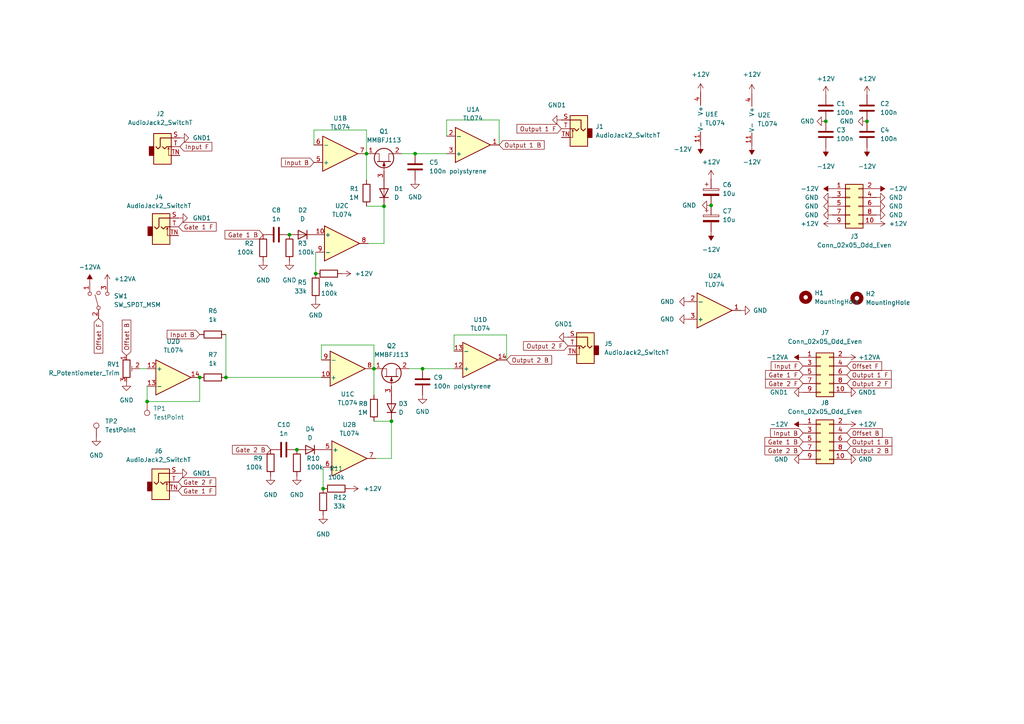
<source format=kicad_sch>
(kicad_sch (version 20211123) (generator eeschema)
  (paper "A4")
  (lib_symbols
    (symbol "Amplifier_Operational:TL074" (pin_names (offset 0.127))
      (property "Reference" "U" (at 0 5.08 0))
      (property "Value" "TL074" (at 0 -5.08 0))
      (symbol "TL074_1_1"
        (polyline (pts (xy -5.08 5.08) (xy 5.08 0) (xy -5.08 -5.08) (xy -5.08 5.08)) (stroke (width 0.254)) (fill (type background)))
        (pin output line (at 7.62 0 180) (length 2.54) (name "~") (number "1"))
        (pin input line (at -7.62 -2.54 0) (length 2.54) (name "-") (number "2"))
        (pin input line (at -7.62 2.54 0) (length 2.54) (name "+") (number "3"))
      )
      (symbol "TL074_2_1"
        (polyline (pts (xy -5.08 5.08) (xy 5.08 0) (xy -5.08 -5.08) (xy -5.08 5.08)) (stroke (width 0.254)) (fill (type background)))
        (pin input line (at -7.62 2.54 0) (length 2.54) (name "+") (number "5"))
        (pin input line (at -7.62 -2.54 0) (length 2.54) (name "-") (number "6"))
        (pin output line (at 7.62 0 180) (length 2.54) (name "~") (number "7"))
      )
      (symbol "TL074_3_1"
        (polyline (pts (xy -5.08 5.08) (xy 5.08 0) (xy -5.08 -5.08) (xy -5.08 5.08)) (stroke (width 0.254)) (fill (type background)))
        (pin input line (at -7.62 2.54 0) (length 2.54) (name "+") (number "10"))
        (pin output line (at 7.62 0 180) (length 2.54) (name "~") (number "8"))
        (pin input line (at -7.62 -2.54 0) (length 2.54) (name "-") (number "9"))
      )
      (symbol "TL074_4_1"
        (polyline (pts (xy -5.08 5.08) (xy 5.08 0) (xy -5.08 -5.08) (xy -5.08 5.08)) (stroke (width 0.254)) (fill (type background)))
        (pin input line (at -7.62 2.54 0) (length 2.54) (name "+") (number "12"))
        (pin input line (at -7.62 -2.54 0) (length 2.54) (name "-") (number "13"))
        (pin output line (at 7.62 0 180) (length 2.54) (name "~") (number "14"))
      )
      (symbol "TL074_5_1"
        (pin power_in line (at -2.54 -7.62 90) (length 3.81) (name "V-") (number "11"))
        (pin power_in line (at -2.54 7.62 270) (length 3.81) (name "V+") (number "4"))
      )
    )
    (symbol "Connector:AudioJack2_SwitchT"
      (property "Reference" "J" (at 0 8.89 0))
      (property "Value" "AudioJack2_SwitchT" (at 0 6.35 0))
      (symbol "AudioJack2_SwitchT_0_1"
        (rectangle (start -2.54 0) (end -3.81 -2.54) (stroke (width 0.254)) (fill (type outline)))
        (polyline (pts (xy 1.778 -0.254) (xy 2.032 -0.762)))
        (polyline (pts (xy 0 0) (xy 0.635 -0.635) (xy 1.27 0) (xy 2.54 0)) (stroke (width 0.254)))
        (polyline (pts (xy 2.54 -2.54) (xy 1.778 -2.54) (xy 1.778 -0.254) (xy 1.524 -0.762)))
        (polyline (pts (xy 2.54 2.54) (xy -0.635 2.54) (xy -0.635 0) (xy -1.27 -0.635) (xy -1.905 0)) (stroke (width 0.254)))
        (rectangle (start 2.54 3.81) (end -2.54 -5.08) (stroke (width 0.254)) (fill (type background)))
      )
      (symbol "AudioJack2_SwitchT_1_1"
        (pin passive line (at 5.08 2.54 180) (length 2.54) (name "~") (number "S"))
        (pin passive line (at 5.08 0 180) (length 2.54) (name "~") (number "T"))
        (pin passive line (at 5.08 -2.54 180) (length 2.54) (name "~") (number "TN"))
      )
    )
    (symbol "Connector:TestPoint" (pin_numbers hide) (pin_names (offset 0.762) hide)
      (property "Reference" "TP" (at 0 6.858 0))
      (property "Value" "TestPoint" (at 0 5.08 0))
      (symbol "TestPoint_0_1"
        (circle (center 0 3.302) (radius 0.762))
      )
      (symbol "TestPoint_1_1"
        (pin passive line (at 0 0 90) (length 2.54) (name "1") (number "1"))
      )
    )
    (symbol "Connector_Generic:Conn_02x05_Odd_Even" (pin_names (offset 1.016) hide)
      (property "Reference" "J" (at 1.27 7.62 0))
      (property "Value" "Conn_02x05_Odd_Even" (at 1.27 -7.62 0))
      (symbol "Conn_02x05_Odd_Even_1_1"
        (rectangle (start -1.27 -4.953) (end 0 -5.207) (stroke (width 0.1524)))
        (rectangle (start -1.27 -2.413) (end 0 -2.667) (stroke (width 0.1524)))
        (rectangle (start -1.27 0.127) (end 0 -0.127) (stroke (width 0.1524)))
        (rectangle (start -1.27 2.667) (end 0 2.413) (stroke (width 0.1524)))
        (rectangle (start -1.27 5.207) (end 0 4.953) (stroke (width 0.1524)))
        (rectangle (start -1.27 6.35) (end 3.81 -6.35) (stroke (width 0.254)) (fill (type background)))
        (rectangle (start 3.81 -4.953) (end 2.54 -5.207) (stroke (width 0.1524)))
        (rectangle (start 3.81 -2.413) (end 2.54 -2.667) (stroke (width 0.1524)))
        (rectangle (start 3.81 0.127) (end 2.54 -0.127) (stroke (width 0.1524)))
        (rectangle (start 3.81 2.667) (end 2.54 2.413) (stroke (width 0.1524)))
        (rectangle (start 3.81 5.207) (end 2.54 4.953) (stroke (width 0.1524)))
        (pin passive line (at -5.08 5.08 0) (length 3.81) (name "Pin_1") (number "1"))
        (pin passive line (at 7.62 -5.08 180) (length 3.81) (name "Pin_10") (number "10"))
        (pin passive line (at 7.62 5.08 180) (length 3.81) (name "Pin_2") (number "2"))
        (pin passive line (at -5.08 2.54 0) (length 3.81) (name "Pin_3") (number "3"))
        (pin passive line (at 7.62 2.54 180) (length 3.81) (name "Pin_4") (number "4"))
        (pin passive line (at -5.08 0 0) (length 3.81) (name "Pin_5") (number "5"))
        (pin passive line (at 7.62 0 180) (length 3.81) (name "Pin_6") (number "6"))
        (pin passive line (at -5.08 -2.54 0) (length 3.81) (name "Pin_7") (number "7"))
        (pin passive line (at 7.62 -2.54 180) (length 3.81) (name "Pin_8") (number "8"))
        (pin passive line (at -5.08 -5.08 0) (length 3.81) (name "Pin_9") (number "9"))
      )
    )
    (symbol "Device:C" (pin_numbers hide) (pin_names (offset 0.254))
      (property "Reference" "C" (at 0.635 2.54 0))
      (property "Value" "C" (at 0.635 -2.54 0))
      (symbol "C_0_1"
        (polyline (pts (xy -2.032 -0.762) (xy 2.032 -0.762)) (stroke (width 0.508)))
        (polyline (pts (xy -2.032 0.762) (xy 2.032 0.762)) (stroke (width 0.508)))
      )
      (symbol "C_1_1"
        (pin passive line (at 0 3.81 270) (length 2.794) (name "~") (number "1"))
        (pin passive line (at 0 -3.81 90) (length 2.794) (name "~") (number "2"))
      )
    )
    (symbol "Device:C_Polarized" (pin_numbers hide) (pin_names (offset 0.254))
      (property "Reference" "C" (at 0.635 2.54 0))
      (property "Value" "C_Polarized" (at 0.635 -2.54 0))
      (symbol "C_Polarized_0_1"
        (rectangle (start -2.286 0.508) (end 2.286 1.016))
        (polyline (pts (xy -1.778 2.286) (xy -0.762 2.286)))
        (polyline (pts (xy -1.27 2.794) (xy -1.27 1.778)))
        (rectangle (start 2.286 -0.508) (end -2.286 -1.016) (fill (type outline)))
      )
      (symbol "C_Polarized_1_1"
        (pin passive line (at 0 3.81 270) (length 2.794) (name "~") (number "1"))
        (pin passive line (at 0 -3.81 90) (length 2.794) (name "~") (number "2"))
      )
    )
    (symbol "Device:D" (pin_numbers hide) (pin_names (offset 1.016) hide)
      (property "Reference" "D" (at 0 2.54 0))
      (property "Value" "D" (at 0 -2.54 0))
      (symbol "D_0_1"
        (polyline (pts (xy -1.27 1.27) (xy -1.27 -1.27)) (stroke (width 0.254)))
        (polyline (pts (xy 1.27 0) (xy -1.27 0)))
        (polyline (pts (xy 1.27 1.27) (xy 1.27 -1.27) (xy -1.27 0) (xy 1.27 1.27)) (stroke (width 0.254)))
      )
      (symbol "D_1_1"
        (pin passive line (at -3.81 0 0) (length 2.54) (name "K") (number "1"))
        (pin passive line (at 3.81 0 180) (length 2.54) (name "A") (number "2"))
      )
    )
    (symbol "Device:R" (pin_numbers hide) (pin_names (offset 0))
      (property "Reference" "R" (at 2.032 0 90))
      (property "Value" "R" (at 0 0 90))
      (symbol "R_0_1"
        (rectangle (start -1.016 -2.54) (end 1.016 2.54) (stroke (width 0.254)))
      )
      (symbol "R_1_1"
        (pin passive line (at 0 3.81 270) (length 1.27) (name "~") (number "1"))
        (pin passive line (at 0 -3.81 90) (length 1.27) (name "~") (number "2"))
      )
    )
    (symbol "Device:R_Potentiometer_Trim" (pin_names (offset 1.016) hide)
      (property "Reference" "RV" (at -4.445 0 90))
      (property "Value" "R_Potentiometer_Trim" (at -2.54 0 90))
      (symbol "R_Potentiometer_Trim_0_1"
        (polyline (pts (xy 1.524 0.762) (xy 1.524 -0.762)))
        (polyline (pts (xy 2.54 0) (xy 1.524 0)))
        (rectangle (start 1.016 2.54) (end -1.016 -2.54) (stroke (width 0.254)))
      )
      (symbol "R_Potentiometer_Trim_1_1"
        (pin passive line (at 0 3.81 270) (length 1.27) (name "1") (number "1"))
        (pin passive line (at 3.81 0 180) (length 1.27) (name "2") (number "2"))
        (pin passive line (at 0 -3.81 90) (length 1.27) (name "3") (number "3"))
      )
    )
    (symbol "Mechanical:MountingHole" (pin_names (offset 1.016))
      (property "Reference" "H" (at 0 5.08 0))
      (property "Value" "MountingHole" (at 0 3.175 0))
      (symbol "MountingHole_0_1"
        (circle (center 0 0) (radius 1.27) (stroke (width 1.27)))
      )
    )
    (symbol "Switch:SW_SPDT_MSM" (pin_names (offset 0) hide)
      (property "Reference" "SW" (at 0 5.08 0))
      (property "Value" "SW_SPDT_MSM" (at 0 -5.08 0))
      (symbol "SW_SPDT_MSM_0_0"
        (circle (center -2.032 0) (radius 0.508))
        (polyline (pts (xy -1.524 0.127) (xy 1.778 1.016)))
        (circle (center 2.032 -2.54) (radius 0.508))
      )
      (symbol "SW_SPDT_MSM_0_1"
        (circle (center 2.032 2.54) (radius 0.508))
        (circle (center 2.286 0) (radius 0.508))
      )
      (symbol "SW_SPDT_MSM_1_1"
        (pin passive line (at 5.08 2.54 180) (length 2.54) (name "1") (number "1"))
        (pin passive line (at -5.08 0 0) (length 2.54) (name "2") (number "2"))
        (pin passive line (at 5.08 -2.54 180) (length 2.54) (name "3") (number "3"))
      )
    )
    (symbol "Transistor_FET:MMBFJ113" (pin_names hide)
      (property "Reference" "Q" (at 5.08 1.905 0))
      (property "Value" "MMBFJ113" (at 5.08 0 0))
      (symbol "MMBFJ113_0_1"
        (polyline (pts (xy 0.254 0) (xy -2.54 0)))
        (polyline (pts (xy 0.254 1.905) (xy 0.254 -1.905)) (stroke (width 0.254)))
        (polyline (pts (xy 2.54 -2.54) (xy 2.54 -1.397) (xy 0.254 -1.397)))
        (polyline (pts (xy 2.54 2.54) (xy 2.54 1.397) (xy 0.254 1.397)))
        (polyline (pts (xy 0 0) (xy -1.016 0.381) (xy -1.016 -0.381) (xy 0 0)) (fill (type outline)))
        (circle (center 1.27 0) (radius 2.8194) (stroke (width 0.254)))
      )
      (symbol "MMBFJ113_1_1"
        (pin passive line (at 2.54 5.08 270) (length 2.54) (name "D") (number "1"))
        (pin passive line (at 2.54 -5.08 90) (length 2.54) (name "S") (number "2"))
        (pin input line (at -5.08 0 0) (length 2.54) (name "G") (number "3"))
      )
    )
    (symbol "power:+12V" (power) (pin_names (offset 0))
      (property "Value" "+12V" (at 0 3.556 0))
      (symbol "+12V_0_1"
        (polyline (pts (xy -0.762 1.27) (xy 0 2.54)))
        (polyline (pts (xy 0 0) (xy 0 2.54)))
        (polyline (pts (xy 0 2.54) (xy 0.762 1.27)))
      )
      (symbol "+12V_1_1"
        (pin power_in line (at 0 0 90) (length 0) hide (name "+12V") (number "1"))
      )
    )
    (symbol "power:+12VA" (power) (pin_names (offset 0))
      (property "Value" "+12VA" (at 0 3.556 0))
      (symbol "+12VA_0_1"
        (polyline (pts (xy -0.762 1.27) (xy 0 2.54)))
        (polyline (pts (xy 0 0) (xy 0 2.54)))
        (polyline (pts (xy 0 2.54) (xy 0.762 1.27)))
      )
      (symbol "+12VA_1_1"
        (pin power_in line (at 0 0 90) (length 0) hide (name "+12VA") (number "1"))
      )
    )
    (symbol "power:-12V" (power) (pin_names (offset 0))
      (property "Value" "-12V" (at 0 3.81 0))
      (symbol "-12V_0_0"
        (pin power_in line (at 0 0 90) (length 0) hide (name "-12V") (number "1"))
      )
      (symbol "-12V_0_1"
        (polyline (pts (xy 0 0) (xy 0 1.27) (xy 0.762 1.27) (xy 0 2.54) (xy -0.762 1.27) (xy 0 1.27)) (fill (type outline)))
      )
    )
    (symbol "power:-12VA" (power) (pin_names (offset 0))
      (property "Value" "-12VA" (at 0 3.556 0))
      (symbol "-12VA_0_0"
        (pin power_in line (at 0 0 90) (length 0) hide (name "-12VA") (number "1"))
      )
      (symbol "-12VA_0_1"
        (polyline (pts (xy 0 0) (xy 0 1.27) (xy 0.762 1.27) (xy 0 2.54) (xy -0.762 1.27) (xy 0 1.27)) (fill (type outline)))
      )
    )
    (symbol "power:GND" (power) (pin_names (offset 0))
      (property "Value" "GND" (at 0 -3.81 0))
      (symbol "GND_0_1"
        (polyline (pts (xy 0 0) (xy 0 -1.27) (xy 1.27 -1.27) (xy 0 -2.54) (xy -1.27 -1.27) (xy 0 -1.27)))
      )
      (symbol "GND_1_1"
        (pin power_in line (at 0 0 270) (length 0) hide (name "GND") (number "1"))
      )
    )
    (symbol "power:GND1" (power) (pin_names (offset 0))
      (property "Value" "GND1" (at 0 -3.81 0))
      (symbol "GND1_0_1"
        (polyline (pts (xy 0 0) (xy 0 -1.27) (xy 1.27 -1.27) (xy 0 -2.54) (xy -1.27 -1.27) (xy 0 -1.27)))
      )
      (symbol "GND1_1_1"
        (pin power_in line (at 0 0 270) (length 0) hide (name "GND1") (number "1"))
      )
    )
  )
  (junction (at 57.912 109.474))
  (junction (at 113.538 122.174))
  (junction (at 251.46 35.179))
  (junction (at 120.396 44.577))
  (junction (at 108.458 106.934))
  (junction (at 65.532 109.474))
  (junction (at 122.555 106.934))
  (junction (at 86.106 130.429))
  (junction (at 93.726 141.732))
  (junction (at 91.567 79.375))
  (junction (at 206.248 59.563))
  (junction (at 42.672 116.459))
  (junction (at 106.299 44.577))
  (junction (at 83.947 68.072))
  (junction (at 239.522 35.179))
  (junction (at 111.379 59.817))
  (wire (pts (xy 42.672 112.014) (xy 42.672 116.459)))
  (wire (pts (xy 146.939 97.155) (xy 146.939 104.394)))
  (wire (pts (xy 106.807 70.612) (xy 111.379 70.612)))
  (wire (pts (xy 93.218 100.076) (xy 108.458 100.076)))
  (wire (pts (xy 118.618 106.934) (xy 122.555 106.934)))
  (wire (pts (xy 116.459 44.577) (xy 120.396 44.577)))
  (wire (pts (xy 129.54 39.497) (xy 129.54 34.798)))
  (wire (pts (xy 120.396 44.577) (xy 129.54 44.577)))
  (wire (pts (xy 131.699 101.854) (xy 131.699 97.155)))
  (wire (pts (xy 42.672 116.459) (xy 57.912 116.459)))
  (wire (pts (xy 129.54 34.798) (xy 144.78 34.798)))
  (wire (pts (xy 57.912 116.459) (xy 57.912 109.474)))
  (wire (pts (xy 113.538 132.969) (xy 113.538 122.174)))
  (wire (pts (xy 40.513 106.934) (xy 42.672 106.934)))
  (wire (pts (xy 91.059 37.719) (xy 106.299 37.719)))
  (wire (pts (xy 122.555 106.934) (xy 131.699 106.934)))
  (wire (pts (xy 106.299 59.817) (xy 111.379 59.817)))
  (wire (pts (xy 106.299 44.577) (xy 106.299 52.197)))
  (wire (pts (xy 65.532 97.028) (xy 65.532 109.474)))
  (wire (pts (xy 144.78 34.798) (xy 144.78 42.037)))
  (wire (pts (xy 131.699 97.155) (xy 146.939 97.155)))
  (wire (pts (xy 111.379 70.612) (xy 111.379 59.817)))
  (wire (pts (xy 106.299 37.719) (xy 106.299 44.577)))
  (wire (pts (xy 108.458 122.174) (xy 113.538 122.174)))
  (wire (pts (xy 65.532 109.474) (xy 93.218 109.474)))
  (wire (pts (xy 108.458 100.076) (xy 108.458 106.934)))
  (wire (pts (xy 91.567 73.152) (xy 91.567 79.375)))
  (wire (pts (xy 108.966 132.969) (xy 113.538 132.969)))
  (wire (pts (xy 91.059 42.037) (xy 91.059 37.719)))
  (wire (pts (xy 108.458 106.934) (xy 108.458 114.554)))
  (wire (pts (xy 93.726 135.509) (xy 93.726 141.732)))
  (wire (pts (xy 93.218 104.394) (xy 93.218 100.076)))
  (global_label "Output 2 B" (shape input) (at 146.939 104.394 0) (property "Intersheet References" "${INTERSHEET_REFS}" (effects hide)))
  (global_label "Output 2 F" (shape input) (at 164.719 100.33 180) (property "Intersheet References" "${INTERSHEET_REFS}" (effects hide)))
  (global_label "Gate 1 B" (shape input) (at 76.327 68.072 180) (property "Intersheet References" "${INTERSHEET_REFS}" (effects hide)))
  (global_label "Input F" (shape input) (at 232.918 106.172 180) (property "Intersheet References" "${INTERSHEET_REFS}" (effects hide)))
  (global_label "Gate 1 F" (shape input) (at 232.918 108.712 180) (property "Intersheet References" "${INTERSHEET_REFS}" (effects hide)))
  (global_label "Gate 1 B" (shape input) (at 232.918 128.143 180) (property "Intersheet References" "${INTERSHEET_REFS}" (effects hide)))
  (global_label "Input B" (shape input) (at 57.912 97.028 180) (property "Intersheet References" "${INTERSHEET_REFS}" (effects hide)))
  (global_label "Gate 2 F" (shape input) (at 232.918 111.252 180) (property "Intersheet References" "${INTERSHEET_REFS}" (effects hide)))
  (global_label "Gate 2 B" (shape input) (at 78.486 130.429 180) (property "Intersheet References" "${INTERSHEET_REFS}" (effects hide)))
  (global_label "Output 1 F" (shape input) (at 245.618 108.712 0) (property "Intersheet References" "${INTERSHEET_REFS}" (effects hide)))
  (global_label "Output 2 B" (shape input) (at 245.618 130.683 0) (property "Intersheet References" "${INTERSHEET_REFS}" (effects hide)))
  (global_label "Output 1 B" (shape input) (at 144.78 42.037 0) (property "Intersheet References" "${INTERSHEET_REFS}" (effects hide)))
  (global_label "Input F" (shape input) (at 52.197 42.545 0) (property "Intersheet References" "${INTERSHEET_REFS}" (effects hide)))
  (global_label "Input B" (shape input) (at 232.918 125.603 180) (property "Intersheet References" "${INTERSHEET_REFS}" (effects hide)))
  (global_label "Offset B" (shape input) (at 36.703 103.124 90) (property "Intersheet References" "${INTERSHEET_REFS}" (effects hide)))
  (global_label "Offset F" (shape input) (at 245.618 106.172 0) (property "Intersheet References" "${INTERSHEET_REFS}" (effects hide)))
  (global_label "Offset B" (shape input) (at 245.618 125.603 0) (property "Intersheet References" "${INTERSHEET_REFS}" (effects hide)))
  (global_label "Input B" (shape input) (at 91.059 47.117 180) (property "Intersheet References" "${INTERSHEET_REFS}" (effects hide)))
  (global_label "Gate 2 F" (shape input) (at 51.689 139.827 0) (property "Intersheet References" "${INTERSHEET_REFS}" (effects hide)))
  (global_label "Gate 1 F" (shape input) (at 51.816 65.786 0) (property "Intersheet References" "${INTERSHEET_REFS}" (effects hide)))
  (global_label "Offset F" (shape input) (at 28.575 92.329 270) (property "Intersheet References" "${INTERSHEET_REFS}" (effects hide)))
  (global_label "Gate 2 B" (shape input) (at 232.918 130.683 180) (property "Intersheet References" "${INTERSHEET_REFS}" (effects hide)))
  (global_label "Output 2 F" (shape input) (at 245.618 111.252 0) (property "Intersheet References" "${INTERSHEET_REFS}" (effects hide)))
  (global_label "Output 1 B" (shape input) (at 245.618 128.143 0) (property "Intersheet References" "${INTERSHEET_REFS}" (effects hide)))
  (global_label "Gate 1 F" (shape input) (at 51.689 142.367 0) (property "Intersheet References" "${INTERSHEET_REFS}" (effects hide)))
  (global_label "Output 1 F" (shape input) (at 162.814 37.338 180) (property "Intersheet References" "${INTERSHEET_REFS}" (effects hide)))
  (symbol (lib_id "power:GND") (at 245.618 133.223 90) (mirror x) (unit 1)
    (property "Reference" "#PWR052" (effects hide))
    (property "Value" "GND" (at 248.92 133.2229 90) (effects (justify right)))
  )
  (symbol (lib_id "power:GND") (at 83.947 75.692 0) (unit 1)
    (property "Reference" "#PWR029" (effects hide))
    (property "Value" "GND" (at 83.947 81.28 0))
  )
  (symbol (lib_id "power:GND1") (at 245.618 113.792 90) (mirror x) (unit 1)
    (property "Reference" "#PWR048" (effects hide))
    (property "Value" "GND1" (at 248.92 113.7919 90) (effects (justify right)))
  )
  (symbol (lib_id "Connector_Generic:Conn_02x05_Odd_Even") (at 237.998 128.143 0) (unit 1)
    (property "Reference" "J8" (at 239.268 116.84 0))
    (property "Value" "Conn_02x05_Odd_Even" (at 239.268 119.38 0))
    (property "Footprint" "Connector_PinSocket_1.00mm:PinSocket_2x05_P1.00mm_Vertical_SMD" (effects hide))
  )
  (symbol (lib_id "Device:R") (at 78.486 134.239 180) (unit 1)
    (property "Reference" "R9" (at 76.2 132.9689 0) (effects (justify left)))
    (property "Value" "100k" (at 76.2 135.5089 0) (effects (justify left)))
    (property "Footprint" "Resistor_SMD:R_0805_2012Metric_Pad1.20x1.40mm_HandSolder" (effects hide))
  )
  (symbol (lib_id "Transistor_FET:MMBFJ113") (at 111.379 47.117 90) (unit 1)
    (property "Reference" "Q1" (at 111.379 38.1 90))
    (property "Value" "MMBFJ113" (at 111.379 40.64 90))
    (property "Footprint" "Package_TO_SOT_SMD:SOT-23" (effects hide))
    (property "Datasheet" "https://www.onsemi.com/pub/Collateral/MMBFJ113-D.PDF" (effects hide))
  )
  (symbol (lib_id "Connector:AudioJack2_SwitchT") (at 169.799 100.33 0) (mirror y) (unit 1)
    (property "Reference" "J5" (at 175.26 99.6949 0) (effects (justify right)))
    (property "Value" "AudioJack2_SwitchT" (at 175.26 102.2349 0) (effects (justify right)))
    (property "Footprint" "Pale Slim Ghost:Jack_3.5mm_QingPu_WQP-PJ301BM_Vertical" (effects hide))
  )
  (symbol (lib_id "Connector:AudioJack2_SwitchT") (at 46.609 139.827 0) (unit 1)
    (property "Reference" "J6" (at 45.974 130.81 0))
    (property "Value" "AudioJack2_SwitchT" (at 45.974 133.35 0))
    (property "Footprint" "Pale Slim Ghost:Jack_3.5mm_QingPu_WQP-PJ301BM_Vertical" (effects hide))
  )
  (symbol (lib_id "power:GND1") (at 52.197 40.005 90) (unit 1)
    (property "Reference" "#PWR08" (effects hide))
    (property "Value" "GND1" (at 55.88 40.0049 90) (effects (justify right)))
  )
  (symbol (lib_id "Connector:TestPoint") (at 42.672 116.459 180) (unit 1)
    (property "Reference" "TP1" (at 44.45 118.4909 0) (effects (justify right)))
    (property "Value" "TestPoint" (at 44.45 121.0309 0) (effects (justify right)))
    (property "Footprint" "TestPoint:TestPoint_Pad_D1.5mm" (effects hide))
  )
  (symbol (lib_id "power:-12V") (at 206.248 67.183 180) (unit 1)
    (property "Reference" "#PWR027" (effects hide))
    (property "Value" "-12V" (at 206.248 72.39 0))
  )
  (symbol (lib_id "Device:C") (at 251.46 31.369 0) (unit 1)
    (property "Reference" "C2" (at 255.27 30.0989 0) (effects (justify left)))
    (property "Value" "100n" (at 255.27 32.6389 0) (effects (justify left)))
    (property "Footprint" "Capacitor_SMD:C_0805_2012Metric_Pad1.18x1.45mm_HandSolder" (effects hide))
  )
  (symbol (lib_id "power:GND") (at 241.427 62.357 270) (unit 1)
    (property "Reference" "#PWR022" (effects hide))
    (property "Value" "GND" (at 237.49 62.3569 90) (effects (justify right)))
  )
  (symbol (lib_id "power:GND") (at 199.644 87.503 270) (unit 1)
    (property "Reference" "#PWR032" (effects hide))
    (property "Value" "GND" (at 195.58 87.5029 90) (effects (justify right)))
  )
  (symbol (lib_id "Device:R") (at 108.458 118.364 180) (unit 1)
    (property "Reference" "R8" (at 106.68 117.0939 0) (effects (justify left)))
    (property "Value" "1M" (at 106.68 119.6339 0) (effects (justify left)))
    (property "Footprint" "Resistor_SMD:R_0805_2012Metric_Pad1.20x1.40mm_HandSolder" (effects hide))
  )
  (symbol (lib_id "Device:C") (at 82.296 130.429 90) (unit 1)
    (property "Reference" "C10" (at 82.296 123.19 90))
    (property "Value" "1n" (at 82.296 125.73 90))
    (property "Footprint" "Capacitor_SMD:C_0805_2012Metric_Pad1.18x1.45mm_HandSolder" (effects hide))
  )
  (symbol (lib_id "power:+12V") (at 203.2 26.797 0) (unit 1)
    (property "Reference" "#PWR01" (effects hide))
    (property "Value" "+12V" (at 203.2 21.59 0))
  )
  (symbol (lib_id "power:GND1") (at 164.719 97.79 270) (mirror x) (unit 1)
    (property "Reference" "#PWR037" (effects hide))
    (property "Value" "GND1" (at 163.449 93.98 90))
  )
  (symbol (lib_id "Connector:AudioJack2_SwitchT") (at 46.736 65.786 0) (unit 1)
    (property "Reference" "J4" (at 46.101 57.15 0))
    (property "Value" "AudioJack2_SwitchT" (at 46.101 59.69 0))
    (property "Footprint" "Pale Slim Ghost:Jack_3.5mm_QingPu_WQP-PJ301BM_Vertical" (effects hide))
  )
  (symbol (lib_id "Connector:TestPoint") (at 27.94 126.746 0) (unit 1)
    (property "Reference" "TP2" (at 30.48 122.1739 0) (effects (justify left)))
    (property "Value" "TestPoint" (at 30.48 124.7139 0) (effects (justify left)))
    (property "Footprint" "TestPoint:TestPoint_Pad_D1.5mm" (effects hide))
  )
  (symbol (lib_id "Device:D") (at 113.538 118.364 90) (unit 1)
    (property "Reference" "D3" (at 115.57 117.0939 90) (effects (justify right)))
    (property "Value" "D" (at 115.57 119.6339 90) (effects (justify right)))
    (property "Footprint" "Diode_SMD:D_SOD-123" (effects hide))
  )
  (symbol (lib_id "power:-12V") (at 251.46 42.799 180) (unit 1)
    (property "Reference" "#PWR012" (effects hide))
    (property "Value" "-12V" (at 251.46 48.26 0))
  )
  (symbol (lib_id "Connector_Generic:Conn_02x05_Odd_Even") (at 237.998 108.712 0) (unit 1)
    (property "Reference" "J7" (at 239.268 96.52 0))
    (property "Value" "Conn_02x05_Odd_Even" (at 239.268 99.06 0))
    (property "Footprint" "Connector_PinHeader_1.00mm:PinHeader_2x05_P1.00mm_Vertical_SMD" (effects hide))
  )
  (symbol (lib_id "power:GND") (at 36.703 110.744 0) (unit 1)
    (property "Reference" "#PWR0101" (effects hide))
    (property "Value" "GND" (at 36.703 116.078 0))
  )
  (symbol (lib_id "power:GND") (at 76.327 75.692 0) (unit 1)
    (property "Reference" "#PWR028" (effects hide))
    (property "Value" "GND" (at 76.327 81.28 0))
  )
  (symbol (lib_id "power:GND") (at 241.427 59.817 270) (unit 1)
    (property "Reference" "#PWR020" (effects hide))
    (property "Value" "GND" (at 237.49 59.8169 90) (effects (justify right)))
  )
  (symbol (lib_id "power:+12V") (at 218.059 27.051 0) (unit 1)
    (property "Reference" "#PWR02" (effects hide))
    (property "Value" "+12V" (at 218.059 21.59 0))
  )
  (symbol (lib_id "power:-12VA") (at 26.035 82.169 0) (unit 1)
    (property "Reference" "#PWR035" (effects hide))
    (property "Value" "-12VA" (at 26.035 77.47 0))
  )
  (symbol (lib_id "Device:R") (at 61.722 97.028 270) (unit 1)
    (property "Reference" "R6" (at 61.722 90.17 90))
    (property "Value" "1k" (at 61.722 92.71 90))
    (property "Footprint" "Resistor_SMD:R_0805_2012Metric_Pad1.20x1.40mm_HandSolder" (effects hide))
  )
  (symbol (lib_id "Amplifier_Operational:TL074") (at 137.16 42.037 0) (mirror x) (unit 1)
    (property "Reference" "U1" (at 137.16 31.75 0))
    (property "Value" "TL074" (at 137.16 34.29 0))
    (property "Footprint" "Package_SO:SOIC-14_3.9x8.7mm_P1.27mm" (effects hide))
    (property "Datasheet" "http://www.ti.com/lit/ds/symlink/tl071.pdf" (effects hide))
  )
  (symbol (lib_id "Amplifier_Operational:TL074") (at 207.264 90.043 0) (mirror x) (unit 1)
    (property "Reference" "U2" (at 207.264 80.01 0))
    (property "Value" "TL074" (at 207.264 82.55 0))
    (property "Footprint" "Package_SO:SOIC-14_3.9x8.7mm_P1.27mm" (effects hide))
    (property "Datasheet" "http://www.ti.com/lit/ds/symlink/tl071.pdf" (effects hide))
  )
  (symbol (lib_id "power:-12VA") (at 232.918 103.632 90) (unit 1)
    (property "Reference" "#PWR041" (effects hide))
    (property "Value" "-12VA" (at 228.6 103.6319 90) (effects (justify left)))
  )
  (symbol (lib_id "Amplifier_Operational:TL074") (at 139.319 104.394 0) (mirror x) (unit 4)
    (property "Reference" "U1" (at 139.319 92.71 0))
    (property "Value" "TL074" (at 139.319 95.25 0))
    (property "Footprint" "Package_SO:SOIC-14_3.9x8.7mm_P1.27mm" (effects hide))
    (property "Datasheet" "http://www.ti.com/lit/ds/symlink/tl071.pdf" (effects hide))
  )
  (symbol (lib_id "power:-12V") (at 241.427 54.737 90) (unit 1)
    (property "Reference" "#PWR015" (effects hide))
    (property "Value" "-12V" (at 237.49 54.7369 90) (effects (justify left)))
  )
  (symbol (lib_id "Amplifier_Operational:TL074") (at 101.346 132.969 0) (unit 2)
    (property "Reference" "U2" (at 101.346 123.19 0))
    (property "Value" "TL074" (at 101.346 125.73 0))
    (property "Footprint" "Package_SO:SOIC-14_3.9x8.7mm_P1.27mm" (effects hide))
    (property "Datasheet" "http://www.ti.com/lit/ds/symlink/tl071.pdf" (effects hide))
  )
  (symbol (lib_id "Device:R") (at 95.377 79.375 90) (unit 1)
    (property "Reference" "R4" (at 95.377 82.55 90))
    (property "Value" "100k" (at 95.504 85.09 90))
    (property "Footprint" "Resistor_SMD:R_0805_2012Metric_Pad1.20x1.40mm_HandSolder" (effects hide))
  )
  (symbol (lib_id "power:+12VA") (at 31.115 82.169 0) (unit 1)
    (property "Reference" "#PWR036" (effects hide))
    (property "Value" "+12VA" (at 33.02 80.8989 0) (effects (justify left)))
  )
  (symbol (lib_id "Device:C") (at 239.522 31.369 0) (unit 1)
    (property "Reference" "C1" (at 242.57 30.0989 0) (effects (justify left)))
    (property "Value" "100n" (at 242.57 32.6389 0) (effects (justify left)))
    (property "Footprint" "Capacitor_SMD:C_0805_2012Metric_Pad1.18x1.45mm_HandSolder" (effects hide))
  )
  (symbol (lib_id "power:GND") (at 254.127 62.357 90) (mirror x) (unit 1)
    (property "Reference" "#PWR023" (effects hide))
    (property "Value" "GND" (at 257.81 62.3569 90) (effects (justify right)))
  )
  (symbol (lib_id "power:GND1") (at 51.816 63.246 90) (unit 1)
    (property "Reference" "#PWR024" (effects hide))
    (property "Value" "GND1" (at 55.88 63.2459 90) (effects (justify right)))
  )
  (symbol (lib_id "power:+12V") (at 245.618 123.063 270) (unit 1)
    (property "Reference" "#PWR050" (effects hide))
    (property "Value" "+12V" (at 248.92 123.0629 90) (effects (justify left)))
  )
  (symbol (lib_id "power:+12V") (at 99.187 79.375 270) (unit 1)
    (property "Reference" "#PWR030" (effects hide))
    (property "Value" "+12V" (at 102.87 79.3749 90) (effects (justify left)))
  )
  (symbol (lib_id "power:+12VA") (at 245.618 103.632 270) (unit 1)
    (property "Reference" "#PWR046" (effects hide))
    (property "Value" "+12VA" (at 248.92 103.6319 90) (effects (justify left)))
  )
  (symbol (lib_id "Device:R") (at 86.106 134.239 180) (unit 1)
    (property "Reference" "R10" (at 88.9 132.9689 0) (effects (justify right)))
    (property "Value" "100k" (at 88.9 135.5089 0) (effects (justify right)))
    (property "Footprint" "Resistor_SMD:R_0805_2012Metric_Pad1.20x1.40mm_HandSolder" (effects hide))
  )
  (symbol (lib_id "Device:R") (at 83.947 71.882 180) (unit 1)
    (property "Reference" "R3" (at 86.36 70.6119 0) (effects (justify right)))
    (property "Value" "100k" (at 86.36 73.1519 0) (effects (justify right)))
    (property "Footprint" "Resistor_SMD:R_0805_2012Metric_Pad1.20x1.40mm_HandSolder" (effects hide))
  )
  (symbol (lib_id "power:-12V") (at 232.918 123.063 90) (unit 1)
    (property "Reference" "#PWR049" (effects hide))
    (property "Value" "-12V" (at 228.6 123.0629 90) (effects (justify left)))
  )
  (symbol (lib_id "power:GND") (at 199.644 92.583 270) (unit 1)
    (property "Reference" "#PWR034" (effects hide))
    (property "Value" "GND" (at 195.58 92.5829 90) (effects (justify right)))
  )
  (symbol (lib_id "power:+12V") (at 251.46 27.559 0) (unit 1)
    (property "Reference" "#PWR04" (effects hide))
    (property "Value" "+12V" (at 251.46 22.86 0))
  )
  (symbol (lib_id "power:GND1") (at 162.814 34.798 270) (mirror x) (unit 1)
    (property "Reference" "#PWR07" (effects hide))
    (property "Value" "GND1" (at 161.544 30.48 90))
  )
  (symbol (lib_id "Mechanical:MountingHole") (at 233.68 86.233 0) (unit 1)
    (property "Reference" "H1" (at 236.22 84.9629 0) (effects (justify left)))
    (property "Value" "MountingHole" (at 236.22 87.5029 0) (effects (justify left)))
    (property "Footprint" "MountingHole:MountingHole_2.2mm_M2" (effects hide))
  )
  (symbol (lib_id "Device:D") (at 111.379 56.007 90) (unit 1)
    (property "Reference" "D1" (at 114.3 54.7369 90) (effects (justify right)))
    (property "Value" "D" (at 114.3 57.2769 90) (effects (justify right)))
    (property "Footprint" "Diode_SMD:D_SOD-123" (effects hide))
  )
  (symbol (lib_id "Connector_Generic:Conn_02x05_Odd_Even") (at 246.507 59.817 0) (unit 1)
    (property "Reference" "J3" (at 247.777 68.58 0))
    (property "Value" "Conn_02x05_Odd_Even" (at 247.777 71.12 0))
    (property "Footprint" "Connector_PinHeader_2.54mm:PinHeader_2x05_P2.54mm_Vertical_SMD" (effects hide))
  )
  (symbol (lib_id "power:GND") (at 214.884 90.043 90) (mirror x) (unit 1)
    (property "Reference" "#PWR033" (effects hide))
    (property "Value" "GND" (at 218.44 90.0429 90) (effects (justify right)))
  )
  (symbol (lib_id "Device:D") (at 89.916 130.429 180) (unit 1)
    (property "Reference" "D4" (at 89.916 124.46 0))
    (property "Value" "D" (at 89.916 127 0))
    (property "Footprint" "Diode_SMD:D_SOD-123" (effects hide))
  )
  (symbol (lib_id "Device:R") (at 97.536 141.732 90) (unit 1)
    (property "Reference" "R11" (at 97.536 135.89 90))
    (property "Value" "100k" (at 97.536 138.43 90))
    (property "Footprint" "Resistor_SMD:R_0805_2012Metric_Pad1.20x1.40mm_HandSolder" (effects hide))
  )
  (symbol (lib_id "Device:C") (at 239.522 38.989 0) (unit 1)
    (property "Reference" "C3" (at 242.57 37.7189 0) (effects (justify left)))
    (property "Value" "100n" (at 242.57 40.2589 0) (effects (justify left)))
    (property "Footprint" "Capacitor_SMD:C_0805_2012Metric_Pad1.18x1.45mm_HandSolder" (effects hide))
  )
  (symbol (lib_id "Device:C") (at 80.137 68.072 90) (unit 1)
    (property "Reference" "C8" (at 80.137 60.96 90))
    (property "Value" "1n" (at 80.137 63.5 90))
    (property "Footprint" "Capacitor_SMD:C_0805_2012Metric_Pad1.18x1.45mm_HandSolder" (effects hide))
  )
  (symbol (lib_id "Amplifier_Operational:TL074") (at 220.599 34.671 0) (unit 5)
    (property "Reference" "U2" (at 219.71 33.4009 0) (effects (justify left)))
    (property "Value" "TL074" (at 219.71 35.9409 0) (effects (justify left)))
    (property "Footprint" "Package_SO:SOIC-14_3.9x8.7mm_P1.27mm" (effects hide))
    (property "Datasheet" "http://www.ti.com/lit/ds/symlink/tl071.pdf" (effects hide))
  )
  (symbol (lib_id "Device:C") (at 120.396 48.387 0) (unit 1)
    (property "Reference" "C5" (at 124.46 47.1169 0) (effects (justify left)))
    (property "Value" "100n polystyrene" (at 124.46 49.6569 0) (effects (justify left)))
    (property "Footprint" "Capacitor_THT:C_Rect_L7.2mm_W2.5mm_P5.00mm_FKS2_FKP2_MKS2_MKP2" (effects hide))
  )
  (symbol (lib_id "power:+12V") (at 206.248 51.943 0) (unit 1)
    (property "Reference" "#PWR013" (effects hide))
    (property "Value" "+12V" (at 206.248 46.99 0))
  )
  (symbol (lib_id "power:GND") (at 206.248 59.563 270) (unit 1)
    (property "Reference" "#PWR019" (effects hide))
    (property "Value" "GND" (at 201.93 59.5629 90) (effects (justify right)))
  )
  (symbol (lib_id "power:+12V") (at 241.427 64.897 90) (unit 1)
    (property "Reference" "#PWR025" (effects hide))
    (property "Value" "+12V" (at 237.49 64.8969 90) (effects (justify left)))
  )
  (symbol (lib_id "power:+12V") (at 101.346 141.732 270) (unit 1)
    (property "Reference" "#PWR044" (effects hide))
    (property "Value" "+12V" (at 105.41 141.7319 90) (effects (justify left)))
  )
  (symbol (lib_id "power:GND") (at 254.127 57.277 90) (mirror x) (unit 1)
    (property "Reference" "#PWR018" (effects hide))
    (property "Value" "GND" (at 257.81 57.2769 90) (effects (justify right)))
  )
  (symbol (lib_id "power:-12V") (at 239.522 42.799 180) (unit 1)
    (property "Reference" "#PWR011" (effects hide))
    (property "Value" "-12V" (at 239.522 48.26 0))
  )
  (symbol (lib_id "Device:C_Polarized") (at 206.248 63.373 0) (unit 1)
    (property "Reference" "C7" (at 209.55 61.2139 0) (effects (justify left)))
    (property "Value" "10u" (at 209.55 63.7539 0) (effects (justify left)))
    (property "Footprint" "Capacitor_Tantalum_SMD:CP_EIA-3216-18_Kemet-A_Pad1.58x1.35mm_HandSolder" (effects hide))
  )
  (symbol (lib_id "power:GND1") (at 232.918 113.792 270) (mirror x) (unit 1)
    (property "Reference" "#PWR047" (effects hide))
    (property "Value" "GND1" (at 228.6 113.7919 90) (effects (justify right)))
  )
  (symbol (lib_id "power:-12V") (at 218.059 42.291 180) (unit 1)
    (property "Reference" "#PWR010" (effects hide))
    (property "Value" "-12V" (at 218.059 46.99 0))
  )
  (symbol (lib_id "power:GND") (at 86.106 138.049 0) (unit 1)
    (property "Reference" "#PWR043" (effects hide))
    (property "Value" "GND" (at 86.106 143.51 0))
  )
  (symbol (lib_id "power:+12V") (at 254.127 64.897 270) (mirror x) (unit 1)
    (property "Reference" "#PWR026" (effects hide))
    (property "Value" "+12V" (at 257.81 64.8969 90) (effects (justify left)))
  )
  (symbol (lib_id "power:GND") (at 122.555 114.554 0) (unit 1)
    (property "Reference" "#PWR039" (effects hide))
    (property "Value" "GND" (at 122.555 119.38 0))
  )
  (symbol (lib_id "Device:R") (at 76.327 71.882 180) (unit 1)
    (property "Reference" "R2" (at 73.66 70.6119 0) (effects (justify left)))
    (property "Value" "100k" (at 73.66 73.1519 0) (effects (justify left)))
    (property "Footprint" "Resistor_SMD:R_0805_2012Metric_Pad1.20x1.40mm_HandSolder" (effects hide))
  )
  (symbol (lib_id "power:-12V") (at 203.2 42.037 180) (unit 1)
    (property "Reference" "#PWR09" (effects hide))
    (property "Value" "-12V" (at 200.66 43.3069 0) (effects (justify left)))
  )
  (symbol (lib_id "Device:C") (at 122.555 110.744 0) (unit 1)
    (property "Reference" "C9" (at 125.73 109.4739 0) (effects (justify left)))
    (property "Value" "100n polystyrene" (at 125.73 112.0139 0) (effects (justify left)))
    (property "Footprint" "Capacitor_THT:C_Rect_L7.2mm_W2.5mm_P5.00mm_FKS2_FKP2_MKS2_MKP2" (effects hide))
  )
  (symbol (lib_id "power:-12V") (at 254.127 54.737 270) (mirror x) (unit 1)
    (property "Reference" "#PWR016" (effects hide))
    (property "Value" "-12V" (at 257.81 54.7369 90) (effects (justify left)))
  )
  (symbol (lib_id "Transistor_FET:MMBFJ113") (at 113.538 109.474 90) (unit 1)
    (property "Reference" "Q2" (at 113.538 100.33 90))
    (property "Value" "MMBFJ113" (at 113.538 102.87 90))
    (property "Footprint" "Package_TO_SOT_SMD:SOT-23" (effects hide))
    (property "Datasheet" "https://www.onsemi.com/pub/Collateral/MMBFJ113-D.PDF" (effects hide))
  )
  (symbol (lib_id "Amplifier_Operational:TL074") (at 50.292 109.474 0) (unit 4)
    (property "Reference" "U2" (at 50.292 99.06 0))
    (property "Value" "TL074" (at 50.292 101.6 0))
    (property "Footprint" "Package_SO:SOIC-14_3.9x8.7mm_P1.27mm" (effects hide))
    (property "Datasheet" "http://www.ti.com/lit/ds/symlink/tl071.pdf" (effects hide))
  )
  (symbol (lib_id "Device:C_Polarized") (at 206.248 55.753 0) (unit 1)
    (property "Reference" "C6" (at 209.55 53.5939 0) (effects (justify left)))
    (property "Value" "10u" (at 209.55 56.1339 0) (effects (justify left)))
    (property "Footprint" "Capacitor_Tantalum_SMD:CP_EIA-3216-18_Kemet-A_Pad1.58x1.35mm_HandSolder" (effects hide))
  )
  (symbol (lib_id "Amplifier_Operational:TL074") (at 205.74 34.417 0) (unit 5)
    (property "Reference" "U1" (at 204.47 33.1469 0) (effects (justify left)))
    (property "Value" "TL074" (at 204.47 35.6869 0) (effects (justify left)))
    (property "Footprint" "Package_SO:SOIC-14_3.9x8.7mm_P1.27mm" (effects hide))
    (property "Datasheet" "http://www.ti.com/lit/ds/symlink/tl071.pdf" (effects hide))
  )
  (symbol (lib_id "Device:R_Potentiometer_Trim") (at 36.703 106.934 0) (unit 1)
    (property "Reference" "RV1" (at 34.798 105.6639 0) (effects (justify right)))
    (property "Value" "R_Potentiometer_Trim" (at 34.798 108.2039 0) (effects (justify right)))
    (property "Footprint" "Potentiometer_THT:Potentiometer_Bourns_3296W_Vertical" (effects hide))
  )
  (symbol (lib_id "power:GND1") (at 51.689 137.287 90) (mirror x) (unit 1)
    (property "Reference" "#PWR053" (effects hide))
    (property "Value" "GND1" (at 55.88 137.2869 90) (effects (justify right)))
  )
  (symbol (lib_id "Connector:AudioJack2_SwitchT") (at 47.117 42.545 0) (unit 1)
    (property "Reference" "J2" (at 46.482 33.02 0))
    (property "Value" "AudioJack2_SwitchT" (at 46.482 35.56 0))
    (property "Footprint" "Pale Slim Ghost:Jack_3.5mm_QingPu_WQP-PJ301BM_Vertical" (effects hide))
  )
  (symbol (lib_id "power:GND") (at 251.46 35.179 270) (unit 1)
    (property "Reference" "#PWR06" (effects hide))
    (property "Value" "GND" (at 247.65 35.1789 90) (effects (justify right)))
  )
  (symbol (lib_id "Amplifier_Operational:TL074") (at 100.838 106.934 0) (mirror x) (unit 3)
    (property "Reference" "U1" (at 100.838 114.3 0))
    (property "Value" "TL074" (at 100.838 116.84 0))
    (property "Footprint" "Package_SO:SOIC-14_3.9x8.7mm_P1.27mm" (effects hide))
    (property "Datasheet" "http://www.ti.com/lit/ds/symlink/tl071.pdf" (effects hide))
  )
  (symbol (lib_id "Device:R") (at 93.726 145.542 180) (unit 1)
    (property "Reference" "R12" (at 96.647 144.2719 0) (effects (justify right)))
    (property "Value" "33k" (at 96.647 146.8119 0) (effects (justify right)))
    (property "Footprint" "Resistor_SMD:R_0805_2012Metric_Pad1.20x1.40mm_HandSolder" (effects hide))
  )
  (symbol (lib_id "power:GND") (at 120.396 52.197 0) (unit 1)
    (property "Reference" "#PWR014" (effects hide))
    (property "Value" "GND" (at 120.396 57.15 0))
  )
  (symbol (lib_id "power:GND") (at 78.486 138.049 0) (unit 1)
    (property "Reference" "#PWR042" (effects hide))
    (property "Value" "GND" (at 78.486 143.51 0))
  )
  (symbol (lib_id "Device:R") (at 91.567 83.185 180) (unit 1)
    (property "Reference" "R5" (at 89.027 81.9149 0) (effects (justify left)))
    (property "Value" "33k" (at 89.027 84.4549 0) (effects (justify left)))
    (property "Footprint" "Resistor_SMD:R_0805_2012Metric_Pad1.20x1.40mm_HandSolder" (effects hide))
  )
  (symbol (lib_id "Device:D") (at 87.757 68.072 180) (unit 1)
    (property "Reference" "D2" (at 87.757 60.96 0))
    (property "Value" "D" (at 87.757 63.5 0))
    (property "Footprint" "Diode_SMD:D_SOD-123" (effects hide))
  )
  (symbol (lib_id "power:GND") (at 27.94 126.746 0) (unit 1)
    (property "Reference" "#PWR040" (effects hide))
    (property "Value" "GND" (at 27.94 132.08 0))
  )
  (symbol (lib_id "Mechanical:MountingHole") (at 248.539 86.487 0) (unit 1)
    (property "Reference" "H2" (at 251.079 85.2169 0) (effects (justify left)))
    (property "Value" "MountingHole" (at 251.079 87.7569 0) (effects (justify left)))
    (property "Footprint" "MountingHole:MountingHole_2.2mm_M2" (effects hide))
  )
  (symbol (lib_id "Connector:AudioJack2_SwitchT") (at 167.894 37.338 0) (mirror y) (unit 1)
    (property "Reference" "J1" (at 172.72 36.7029 0) (effects (justify right)))
    (property "Value" "AudioJack2_SwitchT" (at 172.72 39.2429 0) (effects (justify right)))
    (property "Footprint" "Pale Slim Ghost:Jack_3.5mm_QingPu_WQP-PJ301BM_Vertical" (effects hide))
  )
  (symbol (lib_id "power:GND") (at 93.726 149.352 0) (unit 1)
    (property "Reference" "#PWR045" (effects hide))
    (property "Value" "GND" (at 93.726 154.94 0))
  )
  (symbol (lib_id "Device:R") (at 106.299 56.007 180) (unit 1)
    (property "Reference" "R1" (at 104.14 54.7369 0) (effects (justify left)))
    (property "Value" "1M" (at 104.14 57.2769 0) (effects (justify left)))
    (property "Footprint" "Resistor_SMD:R_0805_2012Metric_Pad1.20x1.40mm_HandSolder" (effects hide))
  )
  (symbol (lib_id "power:GND") (at 254.127 59.817 90) (mirror x) (unit 1)
    (property "Reference" "#PWR021" (effects hide))
    (property "Value" "GND" (at 257.81 59.8169 90) (effects (justify right)))
  )
  (symbol (lib_id "power:GND") (at 91.567 86.995 0) (unit 1)
    (property "Reference" "#PWR031" (effects hide))
    (property "Value" "GND" (at 91.567 91.44 0))
  )
  (symbol (lib_id "Amplifier_Operational:TL074") (at 98.679 44.577 0) (mirror x) (unit 2)
    (property "Reference" "U1" (at 98.679 34.29 0))
    (property "Value" "TL074" (at 98.679 36.83 0))
    (property "Footprint" "Package_SO:SOIC-14_3.9x8.7mm_P1.27mm" (effects hide))
    (property "Datasheet" "http://www.ti.com/lit/ds/symlink/tl071.pdf" (effects hide))
  )
  (symbol (lib_id "Device:R") (at 61.722 109.474 270) (unit 1)
    (property "Reference" "R7" (at 61.722 102.87 90))
    (property "Value" "1k" (at 61.722 105.41 90))
    (property "Footprint" "Resistor_SMD:R_0805_2012Metric_Pad1.20x1.40mm_HandSolder" (effects hide))
  )
  (symbol (lib_id "power:+12V") (at 239.522 27.559 0) (unit 1)
    (property "Reference" "#PWR03" (effects hide))
    (property "Value" "+12V" (at 239.522 22.86 0))
  )
  (symbol (lib_id "Switch:SW_SPDT_MSM") (at 28.575 87.249 90) (unit 1)
    (property "Reference" "SW1" (at 33.02 85.8519 90) (effects (justify right)))
    (property "Value" "SW_SPDT_MSM" (at 33.02 88.3919 90) (effects (justify right)))
    (property "Footprint" "Pale Slim Ghost:Sub Mini Toggle Switch SPDT" (effects hide))
  )
  (symbol (lib_id "power:GND") (at 239.522 35.179 270) (unit 1)
    (property "Reference" "#PWR05" (effects hide))
    (property "Value" "GND" (at 236.22 35.1789 90) (effects (justify right)))
  )
  (symbol (lib_id "power:GND") (at 232.918 133.223 270) (unit 1)
    (property "Reference" "#PWR051" (effects hide))
    (property "Value" "GND" (at 228.6 133.2229 90) (effects (justify right)))
  )
  (symbol (lib_id "Device:C") (at 251.46 38.989 0) (unit 1)
    (property "Reference" "C4" (at 255.27 37.7189 0) (effects (justify left)))
    (property "Value" "100n" (at 255.27 40.2589 0) (effects (justify left)))
    (property "Footprint" "Capacitor_SMD:C_0805_2012Metric_Pad1.18x1.45mm_HandSolder" (effects hide))
  )
  (symbol (lib_id "power:GND") (at 241.427 57.277 270) (unit 1)
    (property "Reference" "#PWR017" (effects hide))
    (property "Value" "GND" (at 237.49 57.2769 90) (effects (justify right)))
  )
  (symbol (lib_id "Amplifier_Operational:TL074") (at 99.187 70.612 0) (unit 3)
    (property "Reference" "U2" (at 99.187 59.69 0))
    (property "Value" "TL074" (at 99.187 62.23 0))
    (property "Footprint" "Package_SO:SOIC-14_3.9x8.7mm_P1.27mm" (effects hide))
    (property "Datasheet" "http://www.ti.com/lit/ds/symlink/tl071.pdf" (effects hide))
  )
)
</source>
